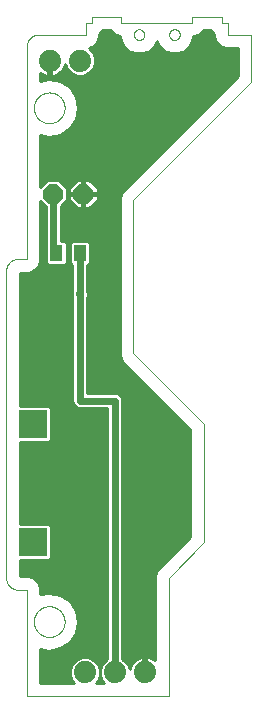
<source format=gtl>
G75*
%MOIN*%
%OFA0B0*%
%FSLAX25Y25*%
%IPPOS*%
%LPD*%
%AMOC8*
5,1,8,0,0,1.08239X$1,22.5*
%
%ADD10C,0.00000*%
%ADD11C,0.00039*%
%ADD12R,0.04331X0.05512*%
%ADD13OC8,0.06600*%
%ADD14R,0.09449X0.09449*%
%ADD15C,0.07400*%
%ADD16C,0.01000*%
%ADD17C,0.02978*%
%ADD18C,0.02400*%
D10*
X0021709Y0041556D02*
X0021709Y0143918D01*
X0021711Y0144042D01*
X0021717Y0144165D01*
X0021726Y0144289D01*
X0021740Y0144411D01*
X0021757Y0144534D01*
X0021779Y0144656D01*
X0021804Y0144777D01*
X0021833Y0144897D01*
X0021865Y0145016D01*
X0021902Y0145135D01*
X0021942Y0145252D01*
X0021985Y0145367D01*
X0022033Y0145482D01*
X0022084Y0145594D01*
X0022138Y0145705D01*
X0022196Y0145815D01*
X0022257Y0145922D01*
X0022322Y0146028D01*
X0022390Y0146131D01*
X0022461Y0146232D01*
X0022535Y0146331D01*
X0022612Y0146428D01*
X0022693Y0146522D01*
X0022776Y0146613D01*
X0022862Y0146702D01*
X0022951Y0146788D01*
X0023042Y0146871D01*
X0023136Y0146952D01*
X0023233Y0147029D01*
X0023332Y0147103D01*
X0023433Y0147174D01*
X0023536Y0147242D01*
X0023642Y0147307D01*
X0023749Y0147368D01*
X0023859Y0147426D01*
X0023970Y0147480D01*
X0024082Y0147531D01*
X0024197Y0147579D01*
X0024312Y0147622D01*
X0024429Y0147662D01*
X0024548Y0147699D01*
X0024667Y0147731D01*
X0024787Y0147760D01*
X0024908Y0147785D01*
X0025030Y0147807D01*
X0025153Y0147824D01*
X0025275Y0147838D01*
X0025399Y0147847D01*
X0025522Y0147853D01*
X0025646Y0147855D01*
X0028599Y0147855D01*
X0028599Y0218721D01*
X0028601Y0218845D01*
X0028607Y0218968D01*
X0028616Y0219092D01*
X0028630Y0219214D01*
X0028647Y0219337D01*
X0028669Y0219459D01*
X0028694Y0219580D01*
X0028723Y0219700D01*
X0028755Y0219819D01*
X0028792Y0219938D01*
X0028832Y0220055D01*
X0028875Y0220170D01*
X0028923Y0220285D01*
X0028974Y0220397D01*
X0029028Y0220508D01*
X0029086Y0220618D01*
X0029147Y0220725D01*
X0029212Y0220831D01*
X0029280Y0220934D01*
X0029351Y0221035D01*
X0029425Y0221134D01*
X0029502Y0221231D01*
X0029583Y0221325D01*
X0029666Y0221416D01*
X0029752Y0221505D01*
X0029841Y0221591D01*
X0029932Y0221674D01*
X0030026Y0221755D01*
X0030123Y0221832D01*
X0030222Y0221906D01*
X0030323Y0221977D01*
X0030426Y0222045D01*
X0030532Y0222110D01*
X0030639Y0222171D01*
X0030749Y0222229D01*
X0030860Y0222283D01*
X0030972Y0222334D01*
X0031087Y0222382D01*
X0031202Y0222425D01*
X0031319Y0222465D01*
X0031438Y0222502D01*
X0031557Y0222534D01*
X0031677Y0222563D01*
X0031798Y0222588D01*
X0031920Y0222610D01*
X0032043Y0222627D01*
X0032165Y0222641D01*
X0032289Y0222650D01*
X0032412Y0222656D01*
X0032536Y0222658D01*
X0048284Y0222658D01*
X0048284Y0226595D01*
X0050253Y0226595D01*
X0050253Y0228564D01*
X0060095Y0228564D01*
X0060095Y0226595D01*
X0083717Y0226595D01*
X0083717Y0228564D01*
X0093560Y0228564D01*
X0093560Y0226595D01*
X0095528Y0226595D01*
X0095528Y0222658D01*
X0103402Y0222658D01*
X0103402Y0206910D01*
X0064032Y0167540D01*
X0064032Y0116359D01*
X0087654Y0092737D01*
X0087654Y0053367D01*
X0075843Y0041556D01*
X0075843Y0002186D01*
X0028599Y0002186D01*
X0028599Y0037619D01*
X0025646Y0037619D01*
X0025522Y0037621D01*
X0025399Y0037627D01*
X0025275Y0037636D01*
X0025153Y0037650D01*
X0025030Y0037667D01*
X0024908Y0037689D01*
X0024787Y0037714D01*
X0024667Y0037743D01*
X0024548Y0037775D01*
X0024429Y0037812D01*
X0024312Y0037852D01*
X0024197Y0037895D01*
X0024082Y0037943D01*
X0023970Y0037994D01*
X0023859Y0038048D01*
X0023749Y0038106D01*
X0023642Y0038167D01*
X0023536Y0038232D01*
X0023433Y0038300D01*
X0023332Y0038371D01*
X0023233Y0038445D01*
X0023136Y0038522D01*
X0023042Y0038603D01*
X0022951Y0038686D01*
X0022862Y0038772D01*
X0022776Y0038861D01*
X0022693Y0038952D01*
X0022612Y0039046D01*
X0022535Y0039143D01*
X0022461Y0039242D01*
X0022390Y0039343D01*
X0022322Y0039446D01*
X0022257Y0039552D01*
X0022196Y0039659D01*
X0022138Y0039769D01*
X0022084Y0039880D01*
X0022033Y0039992D01*
X0021985Y0040107D01*
X0021942Y0040222D01*
X0021902Y0040339D01*
X0021865Y0040458D01*
X0021833Y0040577D01*
X0021804Y0040697D01*
X0021779Y0040818D01*
X0021757Y0040940D01*
X0021740Y0041063D01*
X0021726Y0041185D01*
X0021717Y0041309D01*
X0021711Y0041432D01*
X0021709Y0041556D01*
X0064229Y0222658D02*
X0064231Y0222742D01*
X0064237Y0222825D01*
X0064247Y0222908D01*
X0064261Y0222991D01*
X0064278Y0223073D01*
X0064300Y0223154D01*
X0064325Y0223233D01*
X0064354Y0223312D01*
X0064387Y0223389D01*
X0064423Y0223464D01*
X0064463Y0223538D01*
X0064506Y0223610D01*
X0064553Y0223679D01*
X0064603Y0223746D01*
X0064656Y0223811D01*
X0064712Y0223873D01*
X0064770Y0223933D01*
X0064832Y0223990D01*
X0064896Y0224043D01*
X0064963Y0224094D01*
X0065032Y0224141D01*
X0065103Y0224186D01*
X0065176Y0224226D01*
X0065251Y0224263D01*
X0065328Y0224297D01*
X0065406Y0224327D01*
X0065485Y0224353D01*
X0065566Y0224376D01*
X0065648Y0224394D01*
X0065730Y0224409D01*
X0065813Y0224420D01*
X0065896Y0224427D01*
X0065980Y0224430D01*
X0066064Y0224429D01*
X0066147Y0224424D01*
X0066231Y0224415D01*
X0066313Y0224402D01*
X0066395Y0224386D01*
X0066476Y0224365D01*
X0066557Y0224341D01*
X0066635Y0224313D01*
X0066713Y0224281D01*
X0066789Y0224245D01*
X0066863Y0224206D01*
X0066935Y0224164D01*
X0067005Y0224118D01*
X0067073Y0224069D01*
X0067138Y0224017D01*
X0067201Y0223962D01*
X0067261Y0223904D01*
X0067319Y0223843D01*
X0067373Y0223779D01*
X0067425Y0223713D01*
X0067473Y0223645D01*
X0067518Y0223574D01*
X0067559Y0223501D01*
X0067598Y0223427D01*
X0067632Y0223351D01*
X0067663Y0223273D01*
X0067690Y0223194D01*
X0067714Y0223113D01*
X0067733Y0223032D01*
X0067749Y0222950D01*
X0067761Y0222867D01*
X0067769Y0222783D01*
X0067773Y0222700D01*
X0067773Y0222616D01*
X0067769Y0222533D01*
X0067761Y0222449D01*
X0067749Y0222366D01*
X0067733Y0222284D01*
X0067714Y0222203D01*
X0067690Y0222122D01*
X0067663Y0222043D01*
X0067632Y0221965D01*
X0067598Y0221889D01*
X0067559Y0221815D01*
X0067518Y0221742D01*
X0067473Y0221671D01*
X0067425Y0221603D01*
X0067373Y0221537D01*
X0067319Y0221473D01*
X0067261Y0221412D01*
X0067201Y0221354D01*
X0067138Y0221299D01*
X0067073Y0221247D01*
X0067005Y0221198D01*
X0066935Y0221152D01*
X0066863Y0221110D01*
X0066789Y0221071D01*
X0066713Y0221035D01*
X0066635Y0221003D01*
X0066557Y0220975D01*
X0066476Y0220951D01*
X0066395Y0220930D01*
X0066313Y0220914D01*
X0066231Y0220901D01*
X0066147Y0220892D01*
X0066064Y0220887D01*
X0065980Y0220886D01*
X0065896Y0220889D01*
X0065813Y0220896D01*
X0065730Y0220907D01*
X0065648Y0220922D01*
X0065566Y0220940D01*
X0065485Y0220963D01*
X0065406Y0220989D01*
X0065328Y0221019D01*
X0065251Y0221053D01*
X0065176Y0221090D01*
X0065103Y0221130D01*
X0065032Y0221175D01*
X0064963Y0221222D01*
X0064896Y0221273D01*
X0064832Y0221326D01*
X0064770Y0221383D01*
X0064712Y0221443D01*
X0064656Y0221505D01*
X0064603Y0221570D01*
X0064553Y0221637D01*
X0064506Y0221706D01*
X0064463Y0221778D01*
X0064423Y0221852D01*
X0064387Y0221927D01*
X0064354Y0222004D01*
X0064325Y0222083D01*
X0064300Y0222162D01*
X0064278Y0222243D01*
X0064261Y0222325D01*
X0064247Y0222408D01*
X0064237Y0222491D01*
X0064231Y0222574D01*
X0064229Y0222658D01*
X0076040Y0222658D02*
X0076042Y0222742D01*
X0076048Y0222825D01*
X0076058Y0222908D01*
X0076072Y0222991D01*
X0076089Y0223073D01*
X0076111Y0223154D01*
X0076136Y0223233D01*
X0076165Y0223312D01*
X0076198Y0223389D01*
X0076234Y0223464D01*
X0076274Y0223538D01*
X0076317Y0223610D01*
X0076364Y0223679D01*
X0076414Y0223746D01*
X0076467Y0223811D01*
X0076523Y0223873D01*
X0076581Y0223933D01*
X0076643Y0223990D01*
X0076707Y0224043D01*
X0076774Y0224094D01*
X0076843Y0224141D01*
X0076914Y0224186D01*
X0076987Y0224226D01*
X0077062Y0224263D01*
X0077139Y0224297D01*
X0077217Y0224327D01*
X0077296Y0224353D01*
X0077377Y0224376D01*
X0077459Y0224394D01*
X0077541Y0224409D01*
X0077624Y0224420D01*
X0077707Y0224427D01*
X0077791Y0224430D01*
X0077875Y0224429D01*
X0077958Y0224424D01*
X0078042Y0224415D01*
X0078124Y0224402D01*
X0078206Y0224386D01*
X0078287Y0224365D01*
X0078368Y0224341D01*
X0078446Y0224313D01*
X0078524Y0224281D01*
X0078600Y0224245D01*
X0078674Y0224206D01*
X0078746Y0224164D01*
X0078816Y0224118D01*
X0078884Y0224069D01*
X0078949Y0224017D01*
X0079012Y0223962D01*
X0079072Y0223904D01*
X0079130Y0223843D01*
X0079184Y0223779D01*
X0079236Y0223713D01*
X0079284Y0223645D01*
X0079329Y0223574D01*
X0079370Y0223501D01*
X0079409Y0223427D01*
X0079443Y0223351D01*
X0079474Y0223273D01*
X0079501Y0223194D01*
X0079525Y0223113D01*
X0079544Y0223032D01*
X0079560Y0222950D01*
X0079572Y0222867D01*
X0079580Y0222783D01*
X0079584Y0222700D01*
X0079584Y0222616D01*
X0079580Y0222533D01*
X0079572Y0222449D01*
X0079560Y0222366D01*
X0079544Y0222284D01*
X0079525Y0222203D01*
X0079501Y0222122D01*
X0079474Y0222043D01*
X0079443Y0221965D01*
X0079409Y0221889D01*
X0079370Y0221815D01*
X0079329Y0221742D01*
X0079284Y0221671D01*
X0079236Y0221603D01*
X0079184Y0221537D01*
X0079130Y0221473D01*
X0079072Y0221412D01*
X0079012Y0221354D01*
X0078949Y0221299D01*
X0078884Y0221247D01*
X0078816Y0221198D01*
X0078746Y0221152D01*
X0078674Y0221110D01*
X0078600Y0221071D01*
X0078524Y0221035D01*
X0078446Y0221003D01*
X0078368Y0220975D01*
X0078287Y0220951D01*
X0078206Y0220930D01*
X0078124Y0220914D01*
X0078042Y0220901D01*
X0077958Y0220892D01*
X0077875Y0220887D01*
X0077791Y0220886D01*
X0077707Y0220889D01*
X0077624Y0220896D01*
X0077541Y0220907D01*
X0077459Y0220922D01*
X0077377Y0220940D01*
X0077296Y0220963D01*
X0077217Y0220989D01*
X0077139Y0221019D01*
X0077062Y0221053D01*
X0076987Y0221090D01*
X0076914Y0221130D01*
X0076843Y0221175D01*
X0076774Y0221222D01*
X0076707Y0221273D01*
X0076643Y0221326D01*
X0076581Y0221383D01*
X0076523Y0221443D01*
X0076467Y0221505D01*
X0076414Y0221570D01*
X0076364Y0221637D01*
X0076317Y0221706D01*
X0076274Y0221778D01*
X0076234Y0221852D01*
X0076198Y0221927D01*
X0076165Y0222004D01*
X0076136Y0222083D01*
X0076111Y0222162D01*
X0076089Y0222243D01*
X0076072Y0222325D01*
X0076058Y0222408D01*
X0076048Y0222491D01*
X0076042Y0222574D01*
X0076040Y0222658D01*
D11*
X0030961Y0198249D02*
X0030963Y0198392D01*
X0030969Y0198535D01*
X0030979Y0198677D01*
X0030993Y0198819D01*
X0031011Y0198961D01*
X0031033Y0199103D01*
X0031058Y0199243D01*
X0031088Y0199383D01*
X0031122Y0199522D01*
X0031159Y0199660D01*
X0031201Y0199797D01*
X0031246Y0199932D01*
X0031295Y0200066D01*
X0031347Y0200199D01*
X0031403Y0200331D01*
X0031463Y0200460D01*
X0031527Y0200588D01*
X0031594Y0200715D01*
X0031665Y0200839D01*
X0031739Y0200961D01*
X0031816Y0201081D01*
X0031897Y0201199D01*
X0031981Y0201315D01*
X0032068Y0201428D01*
X0032158Y0201539D01*
X0032252Y0201647D01*
X0032348Y0201753D01*
X0032447Y0201855D01*
X0032550Y0201955D01*
X0032654Y0202052D01*
X0032762Y0202147D01*
X0032872Y0202238D01*
X0032985Y0202326D01*
X0033100Y0202410D01*
X0033217Y0202492D01*
X0033337Y0202570D01*
X0033458Y0202645D01*
X0033582Y0202717D01*
X0033708Y0202785D01*
X0033835Y0202849D01*
X0033965Y0202910D01*
X0034096Y0202967D01*
X0034228Y0203021D01*
X0034362Y0203070D01*
X0034497Y0203117D01*
X0034634Y0203159D01*
X0034772Y0203197D01*
X0034910Y0203232D01*
X0035050Y0203262D01*
X0035190Y0203289D01*
X0035331Y0203312D01*
X0035473Y0203331D01*
X0035615Y0203346D01*
X0035758Y0203357D01*
X0035900Y0203364D01*
X0036043Y0203367D01*
X0036186Y0203366D01*
X0036329Y0203361D01*
X0036472Y0203352D01*
X0036614Y0203339D01*
X0036756Y0203322D01*
X0036897Y0203301D01*
X0037038Y0203276D01*
X0037178Y0203248D01*
X0037317Y0203215D01*
X0037455Y0203178D01*
X0037592Y0203138D01*
X0037728Y0203094D01*
X0037863Y0203046D01*
X0037996Y0202994D01*
X0038128Y0202939D01*
X0038258Y0202880D01*
X0038387Y0202817D01*
X0038513Y0202751D01*
X0038638Y0202681D01*
X0038761Y0202608D01*
X0038881Y0202532D01*
X0039000Y0202452D01*
X0039116Y0202368D01*
X0039230Y0202282D01*
X0039341Y0202192D01*
X0039450Y0202100D01*
X0039556Y0202004D01*
X0039660Y0201906D01*
X0039761Y0201804D01*
X0039858Y0201700D01*
X0039953Y0201593D01*
X0040045Y0201484D01*
X0040134Y0201372D01*
X0040220Y0201257D01*
X0040302Y0201141D01*
X0040381Y0201021D01*
X0040457Y0200900D01*
X0040529Y0200777D01*
X0040598Y0200652D01*
X0040663Y0200525D01*
X0040725Y0200396D01*
X0040783Y0200265D01*
X0040838Y0200133D01*
X0040888Y0199999D01*
X0040935Y0199864D01*
X0040979Y0199728D01*
X0041018Y0199591D01*
X0041053Y0199452D01*
X0041085Y0199313D01*
X0041113Y0199173D01*
X0041137Y0199032D01*
X0041157Y0198890D01*
X0041173Y0198748D01*
X0041185Y0198606D01*
X0041193Y0198463D01*
X0041197Y0198320D01*
X0041197Y0198178D01*
X0041193Y0198035D01*
X0041185Y0197892D01*
X0041173Y0197750D01*
X0041157Y0197608D01*
X0041137Y0197466D01*
X0041113Y0197325D01*
X0041085Y0197185D01*
X0041053Y0197046D01*
X0041018Y0196907D01*
X0040979Y0196770D01*
X0040935Y0196634D01*
X0040888Y0196499D01*
X0040838Y0196365D01*
X0040783Y0196233D01*
X0040725Y0196102D01*
X0040663Y0195973D01*
X0040598Y0195846D01*
X0040529Y0195721D01*
X0040457Y0195598D01*
X0040381Y0195477D01*
X0040302Y0195357D01*
X0040220Y0195241D01*
X0040134Y0195126D01*
X0040045Y0195014D01*
X0039953Y0194905D01*
X0039858Y0194798D01*
X0039761Y0194694D01*
X0039660Y0194592D01*
X0039556Y0194494D01*
X0039450Y0194398D01*
X0039341Y0194306D01*
X0039230Y0194216D01*
X0039116Y0194130D01*
X0039000Y0194046D01*
X0038881Y0193966D01*
X0038761Y0193890D01*
X0038638Y0193817D01*
X0038513Y0193747D01*
X0038387Y0193681D01*
X0038258Y0193618D01*
X0038128Y0193559D01*
X0037996Y0193504D01*
X0037863Y0193452D01*
X0037728Y0193404D01*
X0037592Y0193360D01*
X0037455Y0193320D01*
X0037317Y0193283D01*
X0037178Y0193250D01*
X0037038Y0193222D01*
X0036897Y0193197D01*
X0036756Y0193176D01*
X0036614Y0193159D01*
X0036472Y0193146D01*
X0036329Y0193137D01*
X0036186Y0193132D01*
X0036043Y0193131D01*
X0035900Y0193134D01*
X0035758Y0193141D01*
X0035615Y0193152D01*
X0035473Y0193167D01*
X0035331Y0193186D01*
X0035190Y0193209D01*
X0035050Y0193236D01*
X0034910Y0193266D01*
X0034772Y0193301D01*
X0034634Y0193339D01*
X0034497Y0193381D01*
X0034362Y0193428D01*
X0034228Y0193477D01*
X0034096Y0193531D01*
X0033965Y0193588D01*
X0033835Y0193649D01*
X0033708Y0193713D01*
X0033582Y0193781D01*
X0033458Y0193853D01*
X0033337Y0193928D01*
X0033217Y0194006D01*
X0033100Y0194088D01*
X0032985Y0194172D01*
X0032872Y0194260D01*
X0032762Y0194351D01*
X0032654Y0194446D01*
X0032550Y0194543D01*
X0032447Y0194643D01*
X0032348Y0194745D01*
X0032252Y0194851D01*
X0032158Y0194959D01*
X0032068Y0195070D01*
X0031981Y0195183D01*
X0031897Y0195299D01*
X0031816Y0195417D01*
X0031739Y0195537D01*
X0031665Y0195659D01*
X0031594Y0195783D01*
X0031527Y0195910D01*
X0031463Y0196038D01*
X0031403Y0196167D01*
X0031347Y0196299D01*
X0031295Y0196432D01*
X0031246Y0196566D01*
X0031201Y0196701D01*
X0031159Y0196838D01*
X0031122Y0196976D01*
X0031088Y0197115D01*
X0031058Y0197255D01*
X0031033Y0197395D01*
X0031011Y0197537D01*
X0030993Y0197679D01*
X0030979Y0197821D01*
X0030969Y0197963D01*
X0030963Y0198106D01*
X0030961Y0198249D01*
X0030961Y0026989D02*
X0030963Y0027132D01*
X0030969Y0027275D01*
X0030979Y0027417D01*
X0030993Y0027559D01*
X0031011Y0027701D01*
X0031033Y0027843D01*
X0031058Y0027983D01*
X0031088Y0028123D01*
X0031122Y0028262D01*
X0031159Y0028400D01*
X0031201Y0028537D01*
X0031246Y0028672D01*
X0031295Y0028806D01*
X0031347Y0028939D01*
X0031403Y0029071D01*
X0031463Y0029200D01*
X0031527Y0029328D01*
X0031594Y0029455D01*
X0031665Y0029579D01*
X0031739Y0029701D01*
X0031816Y0029821D01*
X0031897Y0029939D01*
X0031981Y0030055D01*
X0032068Y0030168D01*
X0032158Y0030279D01*
X0032252Y0030387D01*
X0032348Y0030493D01*
X0032447Y0030595D01*
X0032550Y0030695D01*
X0032654Y0030792D01*
X0032762Y0030887D01*
X0032872Y0030978D01*
X0032985Y0031066D01*
X0033100Y0031150D01*
X0033217Y0031232D01*
X0033337Y0031310D01*
X0033458Y0031385D01*
X0033582Y0031457D01*
X0033708Y0031525D01*
X0033835Y0031589D01*
X0033965Y0031650D01*
X0034096Y0031707D01*
X0034228Y0031761D01*
X0034362Y0031810D01*
X0034497Y0031857D01*
X0034634Y0031899D01*
X0034772Y0031937D01*
X0034910Y0031972D01*
X0035050Y0032002D01*
X0035190Y0032029D01*
X0035331Y0032052D01*
X0035473Y0032071D01*
X0035615Y0032086D01*
X0035758Y0032097D01*
X0035900Y0032104D01*
X0036043Y0032107D01*
X0036186Y0032106D01*
X0036329Y0032101D01*
X0036472Y0032092D01*
X0036614Y0032079D01*
X0036756Y0032062D01*
X0036897Y0032041D01*
X0037038Y0032016D01*
X0037178Y0031988D01*
X0037317Y0031955D01*
X0037455Y0031918D01*
X0037592Y0031878D01*
X0037728Y0031834D01*
X0037863Y0031786D01*
X0037996Y0031734D01*
X0038128Y0031679D01*
X0038258Y0031620D01*
X0038387Y0031557D01*
X0038513Y0031491D01*
X0038638Y0031421D01*
X0038761Y0031348D01*
X0038881Y0031272D01*
X0039000Y0031192D01*
X0039116Y0031108D01*
X0039230Y0031022D01*
X0039341Y0030932D01*
X0039450Y0030840D01*
X0039556Y0030744D01*
X0039660Y0030646D01*
X0039761Y0030544D01*
X0039858Y0030440D01*
X0039953Y0030333D01*
X0040045Y0030224D01*
X0040134Y0030112D01*
X0040220Y0029997D01*
X0040302Y0029881D01*
X0040381Y0029761D01*
X0040457Y0029640D01*
X0040529Y0029517D01*
X0040598Y0029392D01*
X0040663Y0029265D01*
X0040725Y0029136D01*
X0040783Y0029005D01*
X0040838Y0028873D01*
X0040888Y0028739D01*
X0040935Y0028604D01*
X0040979Y0028468D01*
X0041018Y0028331D01*
X0041053Y0028192D01*
X0041085Y0028053D01*
X0041113Y0027913D01*
X0041137Y0027772D01*
X0041157Y0027630D01*
X0041173Y0027488D01*
X0041185Y0027346D01*
X0041193Y0027203D01*
X0041197Y0027060D01*
X0041197Y0026918D01*
X0041193Y0026775D01*
X0041185Y0026632D01*
X0041173Y0026490D01*
X0041157Y0026348D01*
X0041137Y0026206D01*
X0041113Y0026065D01*
X0041085Y0025925D01*
X0041053Y0025786D01*
X0041018Y0025647D01*
X0040979Y0025510D01*
X0040935Y0025374D01*
X0040888Y0025239D01*
X0040838Y0025105D01*
X0040783Y0024973D01*
X0040725Y0024842D01*
X0040663Y0024713D01*
X0040598Y0024586D01*
X0040529Y0024461D01*
X0040457Y0024338D01*
X0040381Y0024217D01*
X0040302Y0024097D01*
X0040220Y0023981D01*
X0040134Y0023866D01*
X0040045Y0023754D01*
X0039953Y0023645D01*
X0039858Y0023538D01*
X0039761Y0023434D01*
X0039660Y0023332D01*
X0039556Y0023234D01*
X0039450Y0023138D01*
X0039341Y0023046D01*
X0039230Y0022956D01*
X0039116Y0022870D01*
X0039000Y0022786D01*
X0038881Y0022706D01*
X0038761Y0022630D01*
X0038638Y0022557D01*
X0038513Y0022487D01*
X0038387Y0022421D01*
X0038258Y0022358D01*
X0038128Y0022299D01*
X0037996Y0022244D01*
X0037863Y0022192D01*
X0037728Y0022144D01*
X0037592Y0022100D01*
X0037455Y0022060D01*
X0037317Y0022023D01*
X0037178Y0021990D01*
X0037038Y0021962D01*
X0036897Y0021937D01*
X0036756Y0021916D01*
X0036614Y0021899D01*
X0036472Y0021886D01*
X0036329Y0021877D01*
X0036186Y0021872D01*
X0036043Y0021871D01*
X0035900Y0021874D01*
X0035758Y0021881D01*
X0035615Y0021892D01*
X0035473Y0021907D01*
X0035331Y0021926D01*
X0035190Y0021949D01*
X0035050Y0021976D01*
X0034910Y0022006D01*
X0034772Y0022041D01*
X0034634Y0022079D01*
X0034497Y0022121D01*
X0034362Y0022168D01*
X0034228Y0022217D01*
X0034096Y0022271D01*
X0033965Y0022328D01*
X0033835Y0022389D01*
X0033708Y0022453D01*
X0033582Y0022521D01*
X0033458Y0022593D01*
X0033337Y0022668D01*
X0033217Y0022746D01*
X0033100Y0022828D01*
X0032985Y0022912D01*
X0032872Y0023000D01*
X0032762Y0023091D01*
X0032654Y0023186D01*
X0032550Y0023283D01*
X0032447Y0023383D01*
X0032348Y0023485D01*
X0032252Y0023591D01*
X0032158Y0023699D01*
X0032068Y0023810D01*
X0031981Y0023923D01*
X0031897Y0024039D01*
X0031816Y0024157D01*
X0031739Y0024277D01*
X0031665Y0024399D01*
X0031594Y0024523D01*
X0031527Y0024650D01*
X0031463Y0024778D01*
X0031403Y0024907D01*
X0031347Y0025039D01*
X0031295Y0025172D01*
X0031246Y0025306D01*
X0031201Y0025441D01*
X0031159Y0025578D01*
X0031122Y0025716D01*
X0031088Y0025855D01*
X0031058Y0025995D01*
X0031033Y0026135D01*
X0031011Y0026277D01*
X0030993Y0026419D01*
X0030979Y0026561D01*
X0030969Y0026703D01*
X0030963Y0026846D01*
X0030961Y0026989D01*
D12*
X0038442Y0149824D03*
X0046316Y0149824D03*
D13*
X0047379Y0169509D03*
X0037379Y0169509D03*
D14*
X0030568Y0092934D03*
X0030568Y0053564D03*
D15*
X0047969Y0010060D03*
X0057969Y0010060D03*
X0067969Y0010060D03*
X0046316Y0213997D03*
X0036316Y0213997D03*
D16*
X0036816Y0213497D02*
X0036816Y0208811D01*
X0037533Y0208925D01*
X0038312Y0209178D01*
X0039041Y0209550D01*
X0039703Y0210031D01*
X0040282Y0210609D01*
X0040763Y0211272D01*
X0041135Y0212001D01*
X0041388Y0212779D01*
X0041393Y0212815D01*
X0042077Y0211165D01*
X0043483Y0209758D01*
X0045321Y0208997D01*
X0047310Y0208997D01*
X0049148Y0209758D01*
X0050554Y0211165D01*
X0051316Y0213002D01*
X0051316Y0214992D01*
X0050554Y0216829D01*
X0049212Y0218172D01*
X0050833Y0218843D01*
X0052099Y0220109D01*
X0052784Y0221763D01*
X0052784Y0222773D01*
X0052802Y0222780D01*
X0054068Y0224046D01*
X0054075Y0224064D01*
X0056273Y0224064D01*
X0056280Y0224046D01*
X0057546Y0222780D01*
X0059200Y0222095D01*
X0059729Y0222095D01*
X0059729Y0221411D01*
X0060684Y0219106D01*
X0062448Y0217342D01*
X0064753Y0216387D01*
X0067248Y0216387D01*
X0069553Y0217342D01*
X0071317Y0219106D01*
X0071906Y0220527D01*
X0072495Y0219106D01*
X0074259Y0217342D01*
X0076564Y0216387D01*
X0079059Y0216387D01*
X0081364Y0217342D01*
X0083128Y0219106D01*
X0084083Y0221411D01*
X0084083Y0222095D01*
X0084612Y0222095D01*
X0086266Y0222780D01*
X0087532Y0224046D01*
X0087539Y0224064D01*
X0089737Y0224064D01*
X0089745Y0224046D01*
X0091011Y0222780D01*
X0091028Y0222773D01*
X0091028Y0221763D01*
X0091713Y0220109D01*
X0092979Y0218843D01*
X0094633Y0218158D01*
X0098902Y0218158D01*
X0098902Y0208774D01*
X0060217Y0170089D01*
X0059532Y0168435D01*
X0059532Y0115464D01*
X0060217Y0113810D01*
X0061483Y0112544D01*
X0061483Y0112544D01*
X0083154Y0090873D01*
X0083154Y0055231D01*
X0073294Y0045371D01*
X0072028Y0044105D01*
X0071343Y0042451D01*
X0071343Y0014036D01*
X0070695Y0014507D01*
X0069965Y0014879D01*
X0069187Y0015132D01*
X0068469Y0015246D01*
X0068469Y0010560D01*
X0067469Y0010560D01*
X0067469Y0015246D01*
X0066751Y0015132D01*
X0065973Y0014879D01*
X0065244Y0014507D01*
X0064582Y0014026D01*
X0064003Y0013448D01*
X0063522Y0012785D01*
X0063150Y0012056D01*
X0062897Y0011278D01*
X0062892Y0011242D01*
X0062208Y0012892D01*
X0060801Y0014299D01*
X0060469Y0014436D01*
X0060469Y0101108D01*
X0060089Y0102027D01*
X0059385Y0102731D01*
X0058466Y0103111D01*
X0048816Y0103111D01*
X0048816Y0134792D01*
X0049105Y0135489D01*
X0049105Y0136599D01*
X0048816Y0137297D01*
X0048816Y0145768D01*
X0049019Y0145768D01*
X0049781Y0146529D01*
X0049781Y0153118D01*
X0049019Y0153880D01*
X0043612Y0153880D01*
X0042850Y0153118D01*
X0042850Y0146529D01*
X0043612Y0145768D01*
X0043816Y0145768D01*
X0043816Y0137297D01*
X0043527Y0136599D01*
X0043527Y0135489D01*
X0043816Y0134792D01*
X0043816Y0100114D01*
X0044196Y0099195D01*
X0044899Y0098492D01*
X0045818Y0098111D01*
X0055469Y0098111D01*
X0055469Y0014436D01*
X0055137Y0014299D01*
X0053730Y0012892D01*
X0052969Y0011055D01*
X0052208Y0012892D01*
X0050801Y0014299D01*
X0048964Y0015060D01*
X0046975Y0015060D01*
X0045137Y0014299D01*
X0043730Y0012892D01*
X0042969Y0011055D01*
X0042969Y0009065D01*
X0043730Y0007228D01*
X0044272Y0006686D01*
X0033099Y0006686D01*
X0033099Y0017944D01*
X0036079Y0017351D01*
X0036079Y0017351D01*
X0039768Y0018085D01*
X0042894Y0020174D01*
X0042894Y0020174D01*
X0042894Y0020174D01*
X0044984Y0023301D01*
X0045717Y0026989D01*
X0044984Y0030677D01*
X0042894Y0033804D01*
X0039768Y0035893D01*
X0039768Y0035893D01*
X0036079Y0036627D01*
X0033099Y0036034D01*
X0033099Y0038514D01*
X0032414Y0040168D01*
X0031148Y0041434D01*
X0029494Y0042119D01*
X0026209Y0042119D01*
X0026209Y0047540D01*
X0035830Y0047540D01*
X0036592Y0048301D01*
X0036592Y0058827D01*
X0035830Y0059588D01*
X0026209Y0059588D01*
X0026209Y0086910D01*
X0035830Y0086910D01*
X0036592Y0087671D01*
X0036592Y0098197D01*
X0035830Y0098958D01*
X0026209Y0098958D01*
X0026209Y0143355D01*
X0029494Y0143355D01*
X0031148Y0144040D01*
X0032414Y0145306D01*
X0033099Y0146960D01*
X0033099Y0167283D01*
X0034879Y0165503D01*
X0034879Y0149326D01*
X0034976Y0149091D01*
X0034976Y0146529D01*
X0035738Y0145768D01*
X0041145Y0145768D01*
X0041907Y0146529D01*
X0041907Y0153118D01*
X0041145Y0153880D01*
X0039879Y0153880D01*
X0039879Y0165503D01*
X0041979Y0167603D01*
X0041979Y0171414D01*
X0039284Y0174109D01*
X0035473Y0174109D01*
X0033099Y0171735D01*
X0033099Y0189204D01*
X0036079Y0188611D01*
X0036079Y0188611D01*
X0039768Y0189345D01*
X0042894Y0191434D01*
X0044984Y0194561D01*
X0045717Y0198249D01*
X0045717Y0198249D01*
X0044984Y0201937D01*
X0044984Y0201937D01*
X0042894Y0205064D01*
X0039768Y0207153D01*
X0039768Y0207153D01*
X0036079Y0207887D01*
X0033099Y0207294D01*
X0033099Y0209906D01*
X0033590Y0209550D01*
X0034319Y0209178D01*
X0035098Y0208925D01*
X0035816Y0208811D01*
X0035816Y0213497D01*
X0036816Y0213497D01*
X0036816Y0212872D02*
X0035816Y0212872D01*
X0035816Y0211873D02*
X0036816Y0211873D01*
X0036816Y0210875D02*
X0035816Y0210875D01*
X0035816Y0209876D02*
X0036816Y0209876D01*
X0036816Y0208878D02*
X0035816Y0208878D01*
X0035396Y0208878D02*
X0033099Y0208878D01*
X0033099Y0209876D02*
X0033140Y0209876D01*
X0033099Y0207879D02*
X0036042Y0207879D01*
X0036079Y0207887D02*
X0036079Y0207887D01*
X0036117Y0207879D02*
X0098007Y0207879D01*
X0098902Y0208878D02*
X0037235Y0208878D01*
X0039491Y0209876D02*
X0043365Y0209876D01*
X0042367Y0210875D02*
X0040475Y0210875D01*
X0041070Y0211873D02*
X0041783Y0211873D01*
X0040175Y0206881D02*
X0097009Y0206881D01*
X0096010Y0205882D02*
X0041670Y0205882D01*
X0042894Y0205064D02*
X0042894Y0205064D01*
X0042894Y0205064D01*
X0043015Y0204884D02*
X0095012Y0204884D01*
X0094013Y0203885D02*
X0043682Y0203885D01*
X0044349Y0202887D02*
X0093015Y0202887D01*
X0092016Y0201888D02*
X0044993Y0201888D01*
X0045192Y0200890D02*
X0091018Y0200890D01*
X0090019Y0199891D02*
X0045390Y0199891D01*
X0045589Y0198893D02*
X0089021Y0198893D01*
X0088022Y0197894D02*
X0045647Y0197894D01*
X0045448Y0196896D02*
X0087024Y0196896D01*
X0086025Y0195897D02*
X0045249Y0195897D01*
X0045051Y0194899D02*
X0085027Y0194899D01*
X0084028Y0193900D02*
X0044542Y0193900D01*
X0044984Y0194561D02*
X0044984Y0194561D01*
X0043875Y0192902D02*
X0083029Y0192902D01*
X0082031Y0191903D02*
X0043208Y0191903D01*
X0042894Y0191434D02*
X0042894Y0191434D01*
X0042102Y0190905D02*
X0081032Y0190905D01*
X0080034Y0189906D02*
X0040608Y0189906D01*
X0039768Y0189345D02*
X0039768Y0189345D01*
X0037570Y0188908D02*
X0079035Y0188908D01*
X0078037Y0187909D02*
X0033099Y0187909D01*
X0033099Y0186911D02*
X0077038Y0186911D01*
X0076040Y0185912D02*
X0033099Y0185912D01*
X0033099Y0184914D02*
X0075041Y0184914D01*
X0074043Y0183915D02*
X0033099Y0183915D01*
X0033099Y0182917D02*
X0073044Y0182917D01*
X0072046Y0181918D02*
X0033099Y0181918D01*
X0033099Y0180920D02*
X0071047Y0180920D01*
X0070049Y0179921D02*
X0033099Y0179921D01*
X0033099Y0178922D02*
X0069050Y0178922D01*
X0068052Y0177924D02*
X0033099Y0177924D01*
X0033099Y0176925D02*
X0067053Y0176925D01*
X0066055Y0175927D02*
X0033099Y0175927D01*
X0033099Y0174928D02*
X0065056Y0174928D01*
X0064058Y0173930D02*
X0049746Y0173930D01*
X0049367Y0174309D02*
X0047679Y0174309D01*
X0047679Y0169809D01*
X0052179Y0169809D01*
X0052179Y0171497D01*
X0049367Y0174309D01*
X0047679Y0173930D02*
X0047079Y0173930D01*
X0047079Y0174309D02*
X0045390Y0174309D01*
X0042579Y0171497D01*
X0042579Y0169809D01*
X0047078Y0169809D01*
X0047078Y0169209D01*
X0042579Y0169209D01*
X0042579Y0167521D01*
X0045390Y0164709D01*
X0047079Y0164709D01*
X0047079Y0169209D01*
X0047679Y0169209D01*
X0047679Y0169809D01*
X0047079Y0169809D01*
X0047079Y0174309D01*
X0047079Y0172931D02*
X0047679Y0172931D01*
X0047679Y0171933D02*
X0047079Y0171933D01*
X0047079Y0170934D02*
X0047679Y0170934D01*
X0047679Y0169936D02*
X0047079Y0169936D01*
X0047679Y0169209D02*
X0047679Y0164709D01*
X0049367Y0164709D01*
X0052179Y0167521D01*
X0052179Y0169209D01*
X0047679Y0169209D01*
X0047679Y0168937D02*
X0047079Y0168937D01*
X0047079Y0167939D02*
X0047679Y0167939D01*
X0047679Y0166940D02*
X0047079Y0166940D01*
X0047079Y0165942D02*
X0047679Y0165942D01*
X0047679Y0164943D02*
X0047079Y0164943D01*
X0045156Y0164943D02*
X0039879Y0164943D01*
X0039879Y0163945D02*
X0059532Y0163945D01*
X0059532Y0164943D02*
X0049601Y0164943D01*
X0050600Y0165942D02*
X0059532Y0165942D01*
X0059532Y0166940D02*
X0051598Y0166940D01*
X0052179Y0167939D02*
X0059532Y0167939D01*
X0059740Y0168937D02*
X0052179Y0168937D01*
X0052179Y0169936D02*
X0060154Y0169936D01*
X0061062Y0170934D02*
X0052179Y0170934D01*
X0051743Y0171933D02*
X0062061Y0171933D01*
X0063059Y0172931D02*
X0050744Y0172931D01*
X0049781Y0152961D02*
X0059532Y0152961D01*
X0059532Y0151963D02*
X0049781Y0151963D01*
X0049781Y0150964D02*
X0059532Y0150964D01*
X0059532Y0149966D02*
X0049781Y0149966D01*
X0049781Y0148967D02*
X0059532Y0148967D01*
X0059532Y0147969D02*
X0049781Y0147969D01*
X0049781Y0146970D02*
X0059532Y0146970D01*
X0059532Y0145972D02*
X0049223Y0145972D01*
X0048816Y0144973D02*
X0059532Y0144973D01*
X0059532Y0143975D02*
X0048816Y0143975D01*
X0048816Y0142976D02*
X0059532Y0142976D01*
X0059532Y0141978D02*
X0048816Y0141978D01*
X0048816Y0140979D02*
X0059532Y0140979D01*
X0059532Y0139981D02*
X0048816Y0139981D01*
X0048816Y0138982D02*
X0059532Y0138982D01*
X0059532Y0137984D02*
X0048816Y0137984D01*
X0048945Y0136985D02*
X0059532Y0136985D01*
X0059532Y0135986D02*
X0049105Y0135986D01*
X0048897Y0134988D02*
X0059532Y0134988D01*
X0059532Y0133989D02*
X0048816Y0133989D01*
X0048816Y0132991D02*
X0059532Y0132991D01*
X0059532Y0131992D02*
X0048816Y0131992D01*
X0048816Y0130994D02*
X0059532Y0130994D01*
X0059532Y0129995D02*
X0048816Y0129995D01*
X0048816Y0128997D02*
X0059532Y0128997D01*
X0059532Y0127998D02*
X0048816Y0127998D01*
X0048816Y0127000D02*
X0059532Y0127000D01*
X0059532Y0126001D02*
X0048816Y0126001D01*
X0048816Y0125003D02*
X0059532Y0125003D01*
X0059532Y0124004D02*
X0048816Y0124004D01*
X0048816Y0123006D02*
X0059532Y0123006D01*
X0059532Y0122007D02*
X0048816Y0122007D01*
X0048816Y0121009D02*
X0059532Y0121009D01*
X0059532Y0120010D02*
X0048816Y0120010D01*
X0048816Y0119012D02*
X0059532Y0119012D01*
X0059532Y0118013D02*
X0048816Y0118013D01*
X0048816Y0117015D02*
X0059532Y0117015D01*
X0059532Y0116016D02*
X0048816Y0116016D01*
X0048816Y0115018D02*
X0059717Y0115018D01*
X0060131Y0114019D02*
X0048816Y0114019D01*
X0048816Y0113021D02*
X0061007Y0113021D01*
X0062005Y0112022D02*
X0048816Y0112022D01*
X0048816Y0111024D02*
X0063004Y0111024D01*
X0064002Y0110025D02*
X0048816Y0110025D01*
X0048816Y0109027D02*
X0065001Y0109027D01*
X0065999Y0108028D02*
X0048816Y0108028D01*
X0048816Y0107030D02*
X0066998Y0107030D01*
X0067996Y0106031D02*
X0048816Y0106031D01*
X0048816Y0105033D02*
X0068995Y0105033D01*
X0069993Y0104034D02*
X0048816Y0104034D01*
X0044350Y0099042D02*
X0026209Y0099042D01*
X0026209Y0100040D02*
X0043846Y0100040D01*
X0043816Y0101039D02*
X0026209Y0101039D01*
X0026209Y0102037D02*
X0043816Y0102037D01*
X0043816Y0103036D02*
X0026209Y0103036D01*
X0026209Y0104034D02*
X0043816Y0104034D01*
X0043816Y0105033D02*
X0026209Y0105033D01*
X0026209Y0106031D02*
X0043816Y0106031D01*
X0043816Y0107030D02*
X0026209Y0107030D01*
X0026209Y0108028D02*
X0043816Y0108028D01*
X0043816Y0109027D02*
X0026209Y0109027D01*
X0026209Y0110025D02*
X0043816Y0110025D01*
X0043816Y0111024D02*
X0026209Y0111024D01*
X0026209Y0112022D02*
X0043816Y0112022D01*
X0043816Y0113021D02*
X0026209Y0113021D01*
X0026209Y0114019D02*
X0043816Y0114019D01*
X0043816Y0115018D02*
X0026209Y0115018D01*
X0026209Y0116016D02*
X0043816Y0116016D01*
X0043816Y0117015D02*
X0026209Y0117015D01*
X0026209Y0118013D02*
X0043816Y0118013D01*
X0043816Y0119012D02*
X0026209Y0119012D01*
X0026209Y0120010D02*
X0043816Y0120010D01*
X0043816Y0121009D02*
X0026209Y0121009D01*
X0026209Y0122007D02*
X0043816Y0122007D01*
X0043816Y0123006D02*
X0026209Y0123006D01*
X0026209Y0124004D02*
X0043816Y0124004D01*
X0043816Y0125003D02*
X0026209Y0125003D01*
X0026209Y0126001D02*
X0043816Y0126001D01*
X0043816Y0127000D02*
X0026209Y0127000D01*
X0026209Y0127998D02*
X0043816Y0127998D01*
X0043816Y0128997D02*
X0026209Y0128997D01*
X0026209Y0129995D02*
X0043816Y0129995D01*
X0043816Y0130994D02*
X0026209Y0130994D01*
X0026209Y0131992D02*
X0043816Y0131992D01*
X0043816Y0132991D02*
X0026209Y0132991D01*
X0026209Y0133989D02*
X0043816Y0133989D01*
X0043734Y0134988D02*
X0026209Y0134988D01*
X0026209Y0135986D02*
X0043527Y0135986D01*
X0043687Y0136985D02*
X0026209Y0136985D01*
X0026209Y0137984D02*
X0043816Y0137984D01*
X0043816Y0138982D02*
X0026209Y0138982D01*
X0026209Y0139981D02*
X0043816Y0139981D01*
X0043816Y0140979D02*
X0026209Y0140979D01*
X0026209Y0141978D02*
X0043816Y0141978D01*
X0043816Y0142976D02*
X0026209Y0142976D01*
X0030989Y0143975D02*
X0043816Y0143975D01*
X0043816Y0144973D02*
X0032081Y0144973D01*
X0032690Y0145972D02*
X0035534Y0145972D01*
X0034976Y0146970D02*
X0033099Y0146970D01*
X0033099Y0147969D02*
X0034976Y0147969D01*
X0034976Y0148967D02*
X0033099Y0148967D01*
X0033099Y0149966D02*
X0034879Y0149966D01*
X0034879Y0150964D02*
X0033099Y0150964D01*
X0033099Y0151963D02*
X0034879Y0151963D01*
X0034879Y0152961D02*
X0033099Y0152961D01*
X0033099Y0153960D02*
X0034879Y0153960D01*
X0034879Y0154958D02*
X0033099Y0154958D01*
X0033099Y0155957D02*
X0034879Y0155957D01*
X0034879Y0156955D02*
X0033099Y0156955D01*
X0033099Y0157954D02*
X0034879Y0157954D01*
X0034879Y0158952D02*
X0033099Y0158952D01*
X0033099Y0159951D02*
X0034879Y0159951D01*
X0034879Y0160949D02*
X0033099Y0160949D01*
X0033099Y0161948D02*
X0034879Y0161948D01*
X0034879Y0162946D02*
X0033099Y0162946D01*
X0033099Y0163945D02*
X0034879Y0163945D01*
X0034879Y0164943D02*
X0033099Y0164943D01*
X0033099Y0165942D02*
X0034440Y0165942D01*
X0033442Y0166940D02*
X0033099Y0166940D01*
X0033099Y0171933D02*
X0033297Y0171933D01*
X0033099Y0172931D02*
X0034296Y0172931D01*
X0035294Y0173930D02*
X0033099Y0173930D01*
X0033099Y0188908D02*
X0034589Y0188908D01*
X0039463Y0173930D02*
X0045011Y0173930D01*
X0044013Y0172931D02*
X0040461Y0172931D01*
X0041460Y0171933D02*
X0043014Y0171933D01*
X0042579Y0170934D02*
X0041979Y0170934D01*
X0041979Y0169936D02*
X0042579Y0169936D01*
X0042579Y0168937D02*
X0041979Y0168937D01*
X0041979Y0167939D02*
X0042579Y0167939D01*
X0043159Y0166940D02*
X0041315Y0166940D01*
X0040317Y0165942D02*
X0044157Y0165942D01*
X0042850Y0152961D02*
X0041907Y0152961D01*
X0041907Y0151963D02*
X0042850Y0151963D01*
X0042850Y0150964D02*
X0041907Y0150964D01*
X0041907Y0149966D02*
X0042850Y0149966D01*
X0042850Y0148967D02*
X0041907Y0148967D01*
X0041907Y0147969D02*
X0042850Y0147969D01*
X0042850Y0146970D02*
X0041907Y0146970D01*
X0041349Y0145972D02*
X0043408Y0145972D01*
X0039879Y0153960D02*
X0059532Y0153960D01*
X0059532Y0154958D02*
X0039879Y0154958D01*
X0039879Y0155957D02*
X0059532Y0155957D01*
X0059532Y0156955D02*
X0039879Y0156955D01*
X0039879Y0157954D02*
X0059532Y0157954D01*
X0059532Y0158952D02*
X0039879Y0158952D01*
X0039879Y0159951D02*
X0059532Y0159951D01*
X0059532Y0160949D02*
X0039879Y0160949D01*
X0039879Y0161948D02*
X0059532Y0161948D01*
X0059532Y0162946D02*
X0039879Y0162946D01*
X0049266Y0209876D02*
X0098902Y0209876D01*
X0098902Y0210875D02*
X0050264Y0210875D01*
X0050848Y0211873D02*
X0098902Y0211873D01*
X0098902Y0212872D02*
X0051261Y0212872D01*
X0051316Y0213870D02*
X0098902Y0213870D01*
X0098902Y0214869D02*
X0051316Y0214869D01*
X0050953Y0215867D02*
X0098902Y0215867D01*
X0098902Y0216866D02*
X0080216Y0216866D01*
X0081887Y0217864D02*
X0098902Y0217864D01*
X0092960Y0218863D02*
X0082886Y0218863D01*
X0083441Y0219861D02*
X0091961Y0219861D01*
X0091402Y0220860D02*
X0083855Y0220860D01*
X0084083Y0221858D02*
X0091028Y0221858D01*
X0090934Y0222857D02*
X0086343Y0222857D01*
X0087341Y0223855D02*
X0089936Y0223855D01*
X0075407Y0216866D02*
X0068405Y0216866D01*
X0070076Y0217864D02*
X0073736Y0217864D01*
X0072738Y0218863D02*
X0071075Y0218863D01*
X0071630Y0219861D02*
X0072182Y0219861D01*
X0063596Y0216866D02*
X0050518Y0216866D01*
X0049519Y0217864D02*
X0061925Y0217864D01*
X0060927Y0218863D02*
X0050853Y0218863D01*
X0051851Y0219861D02*
X0060371Y0219861D01*
X0059957Y0220860D02*
X0052410Y0220860D01*
X0052784Y0221858D02*
X0059729Y0221858D01*
X0057470Y0222857D02*
X0052878Y0222857D01*
X0053877Y0223855D02*
X0056471Y0223855D01*
X0058649Y0103036D02*
X0070992Y0103036D01*
X0071990Y0102037D02*
X0060079Y0102037D01*
X0060469Y0101039D02*
X0072989Y0101039D01*
X0073987Y0100040D02*
X0060469Y0100040D01*
X0060469Y0099042D02*
X0074986Y0099042D01*
X0075984Y0098043D02*
X0060469Y0098043D01*
X0060469Y0097045D02*
X0076983Y0097045D01*
X0077981Y0096046D02*
X0060469Y0096046D01*
X0060469Y0095048D02*
X0078980Y0095048D01*
X0079978Y0094049D02*
X0060469Y0094049D01*
X0060469Y0093051D02*
X0080977Y0093051D01*
X0081975Y0092052D02*
X0060469Y0092052D01*
X0060469Y0091053D02*
X0082974Y0091053D01*
X0083154Y0090055D02*
X0060469Y0090055D01*
X0060469Y0089056D02*
X0083154Y0089056D01*
X0083154Y0088058D02*
X0060469Y0088058D01*
X0060469Y0087059D02*
X0083154Y0087059D01*
X0083154Y0086061D02*
X0060469Y0086061D01*
X0060469Y0085062D02*
X0083154Y0085062D01*
X0083154Y0084064D02*
X0060469Y0084064D01*
X0060469Y0083065D02*
X0083154Y0083065D01*
X0083154Y0082067D02*
X0060469Y0082067D01*
X0060469Y0081068D02*
X0083154Y0081068D01*
X0083154Y0080070D02*
X0060469Y0080070D01*
X0060469Y0079071D02*
X0083154Y0079071D01*
X0083154Y0078073D02*
X0060469Y0078073D01*
X0060469Y0077074D02*
X0083154Y0077074D01*
X0083154Y0076076D02*
X0060469Y0076076D01*
X0060469Y0075077D02*
X0083154Y0075077D01*
X0083154Y0074079D02*
X0060469Y0074079D01*
X0060469Y0073080D02*
X0083154Y0073080D01*
X0083154Y0072082D02*
X0060469Y0072082D01*
X0060469Y0071083D02*
X0083154Y0071083D01*
X0083154Y0070085D02*
X0060469Y0070085D01*
X0060469Y0069086D02*
X0083154Y0069086D01*
X0083154Y0068088D02*
X0060469Y0068088D01*
X0060469Y0067089D02*
X0083154Y0067089D01*
X0083154Y0066091D02*
X0060469Y0066091D01*
X0060469Y0065092D02*
X0083154Y0065092D01*
X0083154Y0064094D02*
X0060469Y0064094D01*
X0060469Y0063095D02*
X0083154Y0063095D01*
X0083154Y0062097D02*
X0060469Y0062097D01*
X0060469Y0061098D02*
X0083154Y0061098D01*
X0083154Y0060100D02*
X0060469Y0060100D01*
X0060469Y0059101D02*
X0083154Y0059101D01*
X0083154Y0058103D02*
X0060469Y0058103D01*
X0060469Y0057104D02*
X0083154Y0057104D01*
X0083154Y0056106D02*
X0060469Y0056106D01*
X0060469Y0055107D02*
X0083030Y0055107D01*
X0082032Y0054109D02*
X0060469Y0054109D01*
X0060469Y0053110D02*
X0081033Y0053110D01*
X0080035Y0052112D02*
X0060469Y0052112D01*
X0060469Y0051113D02*
X0079036Y0051113D01*
X0078038Y0050115D02*
X0060469Y0050115D01*
X0060469Y0049116D02*
X0077039Y0049116D01*
X0076041Y0048117D02*
X0060469Y0048117D01*
X0060469Y0047119D02*
X0075042Y0047119D01*
X0074044Y0046120D02*
X0060469Y0046120D01*
X0060469Y0045122D02*
X0073045Y0045122D01*
X0073294Y0045371D02*
X0073294Y0045371D01*
X0072047Y0044123D02*
X0060469Y0044123D01*
X0060469Y0043125D02*
X0071622Y0043125D01*
X0071343Y0042126D02*
X0060469Y0042126D01*
X0060469Y0041128D02*
X0071343Y0041128D01*
X0071343Y0040129D02*
X0060469Y0040129D01*
X0060469Y0039131D02*
X0071343Y0039131D01*
X0071343Y0038132D02*
X0060469Y0038132D01*
X0060469Y0037134D02*
X0071343Y0037134D01*
X0071343Y0036135D02*
X0060469Y0036135D01*
X0060469Y0035137D02*
X0071343Y0035137D01*
X0071343Y0034138D02*
X0060469Y0034138D01*
X0060469Y0033140D02*
X0071343Y0033140D01*
X0071343Y0032141D02*
X0060469Y0032141D01*
X0060469Y0031143D02*
X0071343Y0031143D01*
X0071343Y0030144D02*
X0060469Y0030144D01*
X0060469Y0029146D02*
X0071343Y0029146D01*
X0071343Y0028147D02*
X0060469Y0028147D01*
X0060469Y0027149D02*
X0071343Y0027149D01*
X0071343Y0026150D02*
X0060469Y0026150D01*
X0060469Y0025152D02*
X0071343Y0025152D01*
X0071343Y0024153D02*
X0060469Y0024153D01*
X0060469Y0023155D02*
X0071343Y0023155D01*
X0071343Y0022156D02*
X0060469Y0022156D01*
X0060469Y0021158D02*
X0071343Y0021158D01*
X0071343Y0020159D02*
X0060469Y0020159D01*
X0060469Y0019161D02*
X0071343Y0019161D01*
X0071343Y0018162D02*
X0060469Y0018162D01*
X0060469Y0017164D02*
X0071343Y0017164D01*
X0071343Y0016165D02*
X0060469Y0016165D01*
X0060469Y0015167D02*
X0066970Y0015167D01*
X0067469Y0015167D02*
X0068469Y0015167D01*
X0068968Y0015167D02*
X0071343Y0015167D01*
X0071343Y0014168D02*
X0071162Y0014168D01*
X0068469Y0014168D02*
X0067469Y0014168D01*
X0067469Y0013170D02*
X0068469Y0013170D01*
X0068469Y0012171D02*
X0067469Y0012171D01*
X0067469Y0011173D02*
X0068469Y0011173D01*
X0064777Y0014168D02*
X0060932Y0014168D01*
X0061931Y0013170D02*
X0063801Y0013170D01*
X0063209Y0012171D02*
X0062507Y0012171D01*
X0055469Y0015167D02*
X0033099Y0015167D01*
X0033099Y0016165D02*
X0055469Y0016165D01*
X0055469Y0017164D02*
X0033099Y0017164D01*
X0033099Y0014168D02*
X0045006Y0014168D01*
X0044008Y0013170D02*
X0033099Y0013170D01*
X0033099Y0012171D02*
X0043432Y0012171D01*
X0043018Y0011173D02*
X0033099Y0011173D01*
X0033099Y0010174D02*
X0042969Y0010174D01*
X0042969Y0009176D02*
X0033099Y0009176D01*
X0033099Y0008177D02*
X0043337Y0008177D01*
X0043780Y0007179D02*
X0033099Y0007179D01*
X0033099Y0036135D02*
X0033608Y0036135D01*
X0033099Y0037134D02*
X0055469Y0037134D01*
X0055469Y0038132D02*
X0033099Y0038132D01*
X0032844Y0039131D02*
X0055469Y0039131D01*
X0055469Y0040129D02*
X0032430Y0040129D01*
X0031454Y0041128D02*
X0055469Y0041128D01*
X0055469Y0042126D02*
X0026209Y0042126D01*
X0026209Y0043125D02*
X0055469Y0043125D01*
X0055469Y0044123D02*
X0026209Y0044123D01*
X0026209Y0045122D02*
X0055469Y0045122D01*
X0055469Y0046120D02*
X0026209Y0046120D01*
X0026209Y0047119D02*
X0055469Y0047119D01*
X0055469Y0048117D02*
X0036408Y0048117D01*
X0036592Y0049116D02*
X0055469Y0049116D01*
X0055469Y0050115D02*
X0036592Y0050115D01*
X0036592Y0051113D02*
X0055469Y0051113D01*
X0055469Y0052112D02*
X0036592Y0052112D01*
X0036592Y0053110D02*
X0055469Y0053110D01*
X0055469Y0054109D02*
X0036592Y0054109D01*
X0036592Y0055107D02*
X0055469Y0055107D01*
X0055469Y0056106D02*
X0036592Y0056106D01*
X0036592Y0057104D02*
X0055469Y0057104D01*
X0055469Y0058103D02*
X0036592Y0058103D01*
X0036318Y0059101D02*
X0055469Y0059101D01*
X0055469Y0060100D02*
X0026209Y0060100D01*
X0026209Y0061098D02*
X0055469Y0061098D01*
X0055469Y0062097D02*
X0026209Y0062097D01*
X0026209Y0063095D02*
X0055469Y0063095D01*
X0055469Y0064094D02*
X0026209Y0064094D01*
X0026209Y0065092D02*
X0055469Y0065092D01*
X0055469Y0066091D02*
X0026209Y0066091D01*
X0026209Y0067089D02*
X0055469Y0067089D01*
X0055469Y0068088D02*
X0026209Y0068088D01*
X0026209Y0069086D02*
X0055469Y0069086D01*
X0055469Y0070085D02*
X0026209Y0070085D01*
X0026209Y0071083D02*
X0055469Y0071083D01*
X0055469Y0072082D02*
X0026209Y0072082D01*
X0026209Y0073080D02*
X0055469Y0073080D01*
X0055469Y0074079D02*
X0026209Y0074079D01*
X0026209Y0075077D02*
X0055469Y0075077D01*
X0055469Y0076076D02*
X0026209Y0076076D01*
X0026209Y0077074D02*
X0055469Y0077074D01*
X0055469Y0078073D02*
X0026209Y0078073D01*
X0026209Y0079071D02*
X0055469Y0079071D01*
X0055469Y0080070D02*
X0026209Y0080070D01*
X0026209Y0081068D02*
X0055469Y0081068D01*
X0055469Y0082067D02*
X0026209Y0082067D01*
X0026209Y0083065D02*
X0055469Y0083065D01*
X0055469Y0084064D02*
X0026209Y0084064D01*
X0026209Y0085062D02*
X0055469Y0085062D01*
X0055469Y0086061D02*
X0026209Y0086061D01*
X0035980Y0087059D02*
X0055469Y0087059D01*
X0055469Y0088058D02*
X0036592Y0088058D01*
X0036592Y0089056D02*
X0055469Y0089056D01*
X0055469Y0090055D02*
X0036592Y0090055D01*
X0036592Y0091053D02*
X0055469Y0091053D01*
X0055469Y0092052D02*
X0036592Y0092052D01*
X0036592Y0093051D02*
X0055469Y0093051D01*
X0055469Y0094049D02*
X0036592Y0094049D01*
X0036592Y0095048D02*
X0055469Y0095048D01*
X0055469Y0096046D02*
X0036592Y0096046D01*
X0036592Y0097045D02*
X0055469Y0097045D01*
X0055469Y0098043D02*
X0036592Y0098043D01*
X0036079Y0036627D02*
X0036079Y0036627D01*
X0038551Y0036135D02*
X0055469Y0036135D01*
X0055469Y0035137D02*
X0040900Y0035137D01*
X0042394Y0034138D02*
X0055469Y0034138D01*
X0055469Y0033140D02*
X0043338Y0033140D01*
X0042894Y0033804D02*
X0042894Y0033804D01*
X0042894Y0033804D01*
X0044005Y0032141D02*
X0055469Y0032141D01*
X0055469Y0031143D02*
X0044673Y0031143D01*
X0044984Y0030677D02*
X0044984Y0030677D01*
X0045090Y0030144D02*
X0055469Y0030144D01*
X0055469Y0029146D02*
X0045288Y0029146D01*
X0045487Y0028147D02*
X0055469Y0028147D01*
X0055469Y0027149D02*
X0045685Y0027149D01*
X0045550Y0026150D02*
X0055469Y0026150D01*
X0055469Y0025152D02*
X0045352Y0025152D01*
X0045153Y0024153D02*
X0055469Y0024153D01*
X0055469Y0023155D02*
X0044886Y0023155D01*
X0044984Y0023301D02*
X0044984Y0023301D01*
X0044219Y0022156D02*
X0055469Y0022156D01*
X0055469Y0021158D02*
X0043551Y0021158D01*
X0042872Y0020159D02*
X0055469Y0020159D01*
X0055469Y0019161D02*
X0041377Y0019161D01*
X0039883Y0018162D02*
X0055469Y0018162D01*
X0055006Y0014168D02*
X0050932Y0014168D01*
X0051931Y0013170D02*
X0054008Y0013170D01*
X0053432Y0012171D02*
X0052507Y0012171D01*
X0052920Y0011173D02*
X0053018Y0011173D01*
X0052969Y0011055D02*
X0052969Y0009065D01*
X0052208Y0007228D01*
X0051666Y0006686D01*
X0054272Y0006686D01*
X0053730Y0007228D01*
X0052969Y0009065D01*
X0052969Y0011055D01*
X0052969Y0010174D02*
X0052969Y0010174D01*
X0052969Y0009176D02*
X0052969Y0009176D01*
X0052601Y0008177D02*
X0053337Y0008177D01*
X0053780Y0007179D02*
X0052159Y0007179D01*
X0039768Y0018085D02*
X0039768Y0018085D01*
D17*
X0052221Y0104548D03*
X0046316Y0136044D03*
D18*
X0046316Y0100611D01*
X0057969Y0100611D01*
X0057969Y0010060D01*
X0046316Y0136044D02*
X0046316Y0149824D01*
X0038442Y0149824D02*
X0037379Y0149824D01*
X0037379Y0169509D01*
M02*

</source>
